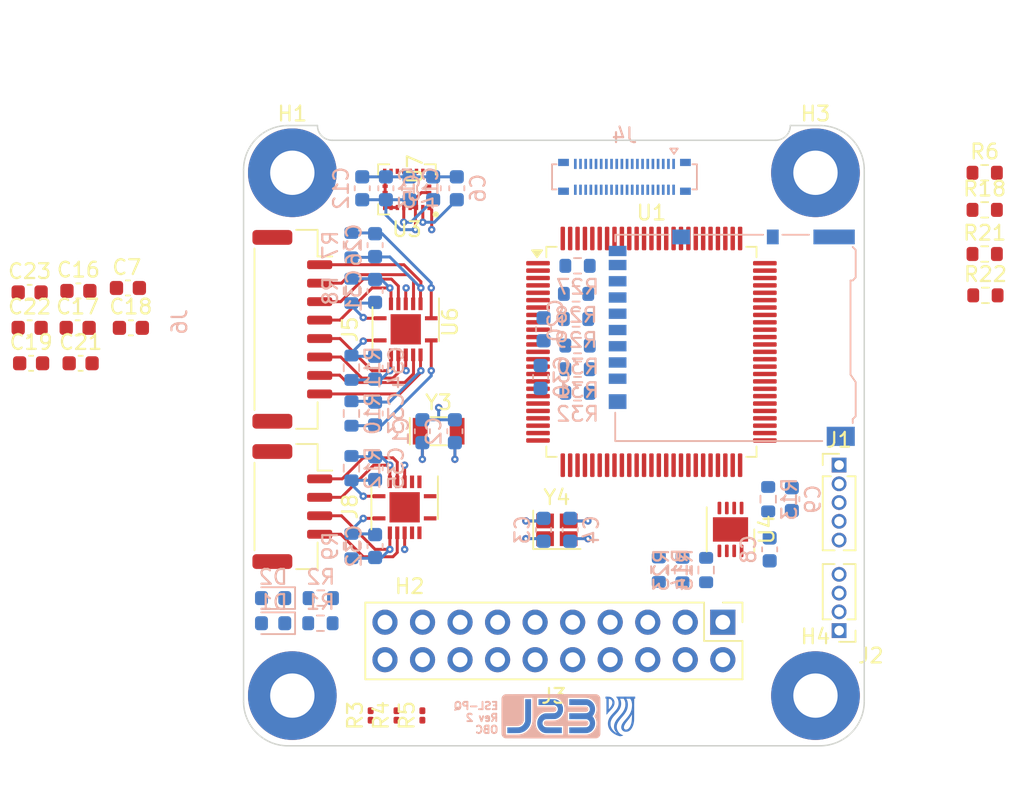
<source format=kicad_pcb>
(kicad_pcb (version 20240108) (generator "pcbnew") (generator_version "8.0")
  (title_block (title "Development of an ADCS for a PocketQube") (date "2023-09-06") (comment 2 "PCB Design") (comment 3 "22619291") (comment 4 "DP Theron"))
  (layers (0 "F.Cu" signal) (1 "In1.Cu" mixed) (2 "In2.Cu" mixed) (31 "B.Cu" signal) (34 "B.Paste" user) (35 "F.Paste" user) (36 "B.SilkS" user "B.Silkscreen") (37 "F.SilkS" user "F.Silkscreen") (38 "B.Mask" user) (39 "F.Mask" user) (44 "Edge.Cuts" user))
  (net 0 "")
  (net 1 "OPA1")
  (net 2 "1-")
  (net 3 "2-")
  (net 4 "OPA2")
  (net 5 "3-")
  (net 6 "OPA3")
  (net 7 "OPA4")
  (net 8 "4-")
  (net 9 "OPA5")
  (net 10 "5-")
  (net 11 "OPA6")
  (net 12 "6-")
  (net 13 "OSC_IN")
  (net 14 "OSC_OUT")
  (net 15 "OSC32_IN")
  (net 16 "OSC32_OUT")
  (net 17 "NRST")
  (net 18 "SPI NSS")
  (net 19 "SPI MOSI")
  (net 20 "SPI SCK")
  (net 21 "SPI MISO")
  (net 22 "1+")
  (net 23 "2+")
  (net 24 "3+")
  (net 25 "4+")
  (net 26 "5+")
  (net 27 "6+")
  (net 28 "SCL")
  (net 29 "SDA")
  (net 32 "/Daughterboard Connector/DB13")
  (net 33 "USART RX")
  (net 34 "USART TX")
  (net 35 "DCap")
  (net 38 "/Daughterboard Connector/DB22")
  (net 44 "SWCLK")
  (net 45 "SWDIO")
  (net 48 "/Daughterboard Connector/DB34")
  (net 49 "/Daughterboard Connector/DB37")
  (net 54 "/Daughterboard Connector/DB35")
  (net 55 "/Daughterboard Connector/DB6")
  (net 67 "SAOG")
  (net 68 "SAOM")
  (net 69 "/Daughterboard Connector/DB3")
  (net 70 "/Daughterboard Connector/DB32")
  (net 71 "CSAG")
  (net 72 "CSM")
  (net 73 "GND")
  (net 74 "Net-(U3-CAP)")
  (net 75 "Net-(U3-C1)")
  (net 77 "Net-(D1-A)")
  (net 78 "Net-(D2-A)")
  (net 79 "Net-(H1-Pad1)")
  (net 80 "Net-(H2-Pad1)")
  (net 81 "Net-(H3-Pad1)")
  (net 82 "Net-(H4-Pad1)")
  (net 83 "Net-(J6-DAT1)")
  (net 84 "Net-(J6-DAT2)")
  (net 85 "3V3")
  (net 86 "PPS")
  (net 87 "5V")
  (net 88 "PWR")
  (net 89 "TX")
  (net 90 "RS-EN")
  (net 91 "RS-A")
  (net 92 "RS-B")
  (net 106 "/Daughterboard Connector/DB10")
  (net 107 "/Daughterboard Connector/DB29")
  (net 111 "/Daughterboard Connector/DB39")
  (net 113 "/Daughterboard Connector/DB25")
  (net 114 "/Daughterboard Connector/DB26")
  (net 116 "/Daughterboard Connector/DB14")
  (net 117 "/Daughterboard Connector/DB5")
  (net 119 "/Daughterboard Connector/DB19")
  (net 126 "/Daughterboard Connector/DB8")
  (net 127 "/Daughterboard Connector/DB2")
  (net 128 "/Daughterboard Connector/DB24")
  (net 130 "/Daughterboard Connector/DB30")
  (net 132 "/Daughterboard Connector/DB18")
  (net 135 "/Daughterboard Connector/DB12")
  (net 137 "/Daughterboard Connector/DB38")
  (net 139 "/Daughterboard Connector/DB33")
  (net 140 "/Daughterboard Connector/DB31")
  (net 143 "/Daughterboard Connector/DB7")
  (net 145 "/Daughterboard Connector/DB23")
  (net 148 "/Daughterboard Connector/DB40")
  (net 152 "S1_3V3")
  (net 153 "S2_3V3")
  (net 154 "/Daughterboard Connector/DB17")
  (net 155 "/Daughterboard Connector/DB11")
  (net 156 "/Daughterboard Connector/DB27")
  (net 157 "/Daughterboard Connector/DB15")
  (net 158 "/Daughterboard Connector/DB21")
  (net 159 "/Daughterboard Connector/DB9")
  (net 160 "/Daughterboard Connector/DB28")
  (net 161 "/Daughterboard Connector/DB4")
  (net 162 "/Daughterboard Connector/DB16")
  (net 163 "/Daughterboard Connector/DB36")
  (net 164 "/Daughterboard Connector/DB1")
  (net 165 "/Daughterboard Connector/DB20")
  (net 170 "I2C-SDA")
  (net 171 "I2C-SCL")
  (net 172 "S1_5V")
  (net 173 "S2_5V")
  (net 174 "Unreg Solar")
  (net 175 "Unreg Bat")
  (net 176 "EPS_RST")
  (footprint "Skripsie:JST_GH_SM04B-GHS-TB_1x04-1MP_P1.25mm_Horizontal" (layer "F.Cu") (at 231.8 48.6 -90)
    (property "Reference" "J8")
    (property "Value" "Conn_01x04_MountingPin")
  )
  (footprint "Resistor_SMD:R_0603_1608Metric" (layer "F.Cu") (at 278.65 31.5)
    (property "Reference" "R21")
    (property "Value" "0")
  )
  (footprint "Skripsie:Crystal_SMD_EuroQuartz_X22-4Pin_2.5x2.0mm" (layer "F.Cu") (at 249.7 50.175)
    (property "Reference" "Y4")
    (property "Value" "80 MHz")
  )
  (footprint "Resistor_SMD:R_0603_1608Metric" (layer "F.Cu") (at 278.65 28.51)
    (property "Reference" "R18")
    (property "Value" "0")
  )
  (footprint "Skripsie:PinHeader_1x05_P1.27mm_Vertical" (layer "F.Cu") (at 268.8 45.79)
    (property "Reference" "J1")
    (property "Value" "Conn_01x05")
  )
  (footprint "MountingHole:MountingHole_3mm_Pad" (layer "F.Cu") (at 267.2 61.4)
    (property "Reference" "H4")
    (property "Value" "MountingHole_Pad")
  )
  (footprint "Skripsie:LGA-24L_3x3.5mm_P0.43mm" (layer "F.Cu") (at 239.555 27.125 180)
    (property "Reference" "U3")
    (property "Value" "LSM9DS1TR")
  )
  (footprint "Resistor_SMD:R_0603_1608Metric" (layer "F.Cu") (at 278.65 26)
    (property "Reference" "R6")
    (property "Value" "0")
  )
  (footprint "MountingHole:MountingHole_3mm_Pad" (layer "F.Cu") (at 267.2 26)
    (property "Reference" "H3")
    (property "Value" "MountingHole_Pad")
  )
  (footprint "Skripsie:PinHeader_1x04_P1.27mm_Vertical" (layer "F.Cu") (at 268.8 57 180)
    (property "Reference" "J2")
    (property "Value" "Conn_01x04")
  )
  (footprint "Skripsie:Crystal_SMD_EuroQuartz_EQ161-2Pin_3.2x1.5mm" (layer "F.Cu") (at 241.7 43.5)
    (property "Reference" "Y3")
    (property "Value" "32.768 kHz")
  )
  (footprint "Package_QFP:LQFP-100_14x14mm_P0.5mm" (layer "F.Cu") (at 256.1 38.125)
    (property "Reference" "U1")
    (property "Value" "STM32L496VGTxP")
  )
  (footprint "Skripsie:R_0201_0603Metric" (layer "F.Cu") (at 238.85 62.745 90)
    (property "Reference" "R4")
    (property "Value" "0")
  )
  (footprint "ESL_PQ:ESL_PQ_Main_Header" (layer "F.Cu") (at 249.5 56.43)
    (property "Reference" "J3")
    (property "Value" "ESL_PQ_MainHeader")
  )
  (footprint "Capacitor_SMD:C_0603_1608Metric" (layer "F.Cu") (at 217.325 34)
    (property "Reference" "C16")
    (property "Value" "10u")
  )
  (footprint "MountingHole:MountingHole_3mm_Pad" (layer "F.Cu") (at 231.8 61.4)
    (property "Reference" "H2")
    (property "Value" "MountingHole_Pad")
  )
  (footprint "Capacitor_SMD:C_0603_1608Metric" (layer "F.Cu") (at 214.025 36.5)
    (property "Reference" "C22")
    (property "Value" "100n")
  )
  (footprint "Capacitor_SMD:C_0603_1608Metric" (layer "F.Cu") (at 220.875 36.5)
    (property "Reference" "C18")
    (property "Value" "100n")
  )
  (footprint "Skripsie:R_0201_0603Metric" (layer "F.Cu") (at 237.1 62.745 90)
    (property "Reference" "R3")
    (property "Value" "0")
  )
  (footprint "Skripsie:DFN-8-1EP_3x3mm_P0.5mm_EP1.65x2.38mm" (layer "F.Cu") (at 261.45 50.15 -90)
    (property "Reference" "U4")
    (property "Value" "LTC2850HDD#PBF")
  )
  (footprint "Capacitor_SMD:C_0603_1608Metric" (layer "F.Cu") (at 220.675 33.8)
    (property "Reference" "C7")
    (property "Value" "100n")
  )
  (footprint "Skripsie:JST_GH_SM08B-GHS-TB_1x08-1MP_P1.25mm_Horizontal" (layer "F.Cu") (at 231.8 36.6 -90)
    (property "Reference" "J5")
    (property "Value" "Conn_01x08_MountingPin")
  )
  (footprint "Capacitor_SMD:C_0603_1608Metric" (layer "F.Cu") (at 217.475 38.9)
    (property "Reference" "C21")
    (property "Value" "100n")
  )
  (footprint "Capacitor_SMD:C_0603_1608Metric" (layer "F.Cu") (at 214.025 34.1)
    (property "Reference" "C23")
    (property "Value" "100n")
  )
  (footprint "Skripsie:R_0201_0603Metric" (layer "F.Cu") (at 240.6 62.745 90)
    (property "Reference" "R5")
    (property "Value" "0")
  )
  (footprint "MountingHole:MountingHole_3mm_Pad" (layer "F.Cu") (at 231.8 26)
    (property "Reference" "H1")
    (property "Value" "MountingHole_Pad")
  )
  (footprint "Resistor_SMD:R_0603_1608Metric" (layer "F.Cu") (at 278.7 34.3)
    (property "Reference" "R22")
    (property "Value" "0")
  )
  (footprint "Skripsie:Texas_S-PVQFN-N14" (layer "F.Cu") (at 239.4 48.65 -90)
    (property "Reference" "U7")
    (property "Value" "OPA4330")
  )
  (footprint "Capacitor_SMD:C_0603_1608Metric" (layer "F.Cu") (at 217.275 36.5)
    (property "Reference" "C17")
    (property "Value" "100n")
  )
  (footprint "Capacitor_SMD:C_0603_1608Metric" (layer "F.Cu") (at 214.125 38.9)
    (property "Reference" "C19")
    (property "Value" "100n")
  )
  (footprint "Skripsie:Texas_S-PVQFN-N14" (layer "F.Cu") (at 239.475 36.6 -90)
    (property "Reference" "U6")
    (property "Value" "OPA4330")
  )
  (footprint "Capacitor_SMD:C_0603_1608Metric" (layer "B.Cu") (at 264.1 51.5 -90)
    (property "Reference" "C8")
    (property "Value" "100n")
  )
  (footprint "Resistor_SMD:R_0603_1608Metric" (layer "B.Cu") (at 233.7 56.5 180)
    (property "Reference" "R1")
    (property "Value" "165")
  )
  (footprint "Capacitor_SMD:C_0603_1608Metric" (layer "B.Cu") (at 239.73 27.05 90)
    (property "Reference" "C14")
    (property "Value" "10u")
  )
  (footprint "Resistor_SMD:R_0603_1608Metric" (layer "B.Cu") (at 251.1 37.7)
    (property "Reference" "R30")
    (property "Value" "4k7")
  )
  (footprint "LOGO" (layer "B.Cu") (at 249.3 62.8 180)
    (property "Reference" "G***" (hide yes))
    (property "Value" "LOGO" (hide yes))
  )
  (footprint "Resistor_SMD:R_0603_1608Metric" (layer "B.Cu") (at 235.8 42.3 90)
    (property "Reference" "R10")
    (property "Value" "470")
  )
  (footprint "Capacitor_SMD:C_0603_1608Metric" (layer "B.Cu") (at 237.4 46 90)
    (property "Reference" "C35")
    (property "Value" "220p")
  )
  (footprint "Capacitor_SMD:C_0603_1608Metric" (layer "B.Cu") (at 248.8 50.175 -90)
    (property "Reference" "C3")
    (property "Value" "12p")
  )
  (footprint "Connector_Hirose:Hirose_BM24_BM24-40DP-2-0.35V_2x20_P0.35mm_PowerPin2_Vertical" (layer "B.Cu") (at 254.275 26.275 180)
    (property "Reference" "J4")
    (property "Value" "Conn_02x20_Odd_Even")
  )
  (footprint "Resistor_SMD:R_0603_1608Metric" (layer "B.Cu") (at 235.8 46 90)
    (property "Reference" "R12")
    (property "Value" "470")
  )
  (footprint "Capacitor_SMD:C_0603_1608Metric" (layer "B.Cu") (at 237.4 30.9 -90)
    (property "Reference" "C26")
    (property "Value" "220p")
  )
  (footprint "Capacitor_SMD:C_0603_1608Metric" (layer "B.Cu") (at 238.13 27.05 90)
    (property "Reference" "C13")
    (property "Value" "100n")
  )
  (footprint "Resistor_SMD:R_0603_1608Metric" (layer "B.Cu") (at 235.8 34 -90)
    (property "Reference" "R8")
    (property "Value" "470")
  )
  (footprint "Resistor_SMD:R_0603_1608Metric" (layer "B.Cu") (at 251.1 32.3)
    (property "Reference" "R27")
    (property "Value" "4k7")
  )
  (footprint "Resistor_SMD:R_0603_1608Metric" (layer "B.Cu") (at 235.8 51.275 -90)
    (property "Reference" "R9")
    (property "Value" "470")
  )
  (footprint "Capacitor_SMD:C_0603_1608Metric" (layer "B.Cu") (at 265.6 48.1 90)
    (property "Reference" "C9")
    (property "Value" "10u")
  )
  (footprint "Resistor_SMD:R_0603_1608Metric" (layer "B.Cu") (at 233.725 54.8 180)
    (property "Reference" "R2")
    (property "Value" "165")
  )
  (footprint "Resistor_SMD:R_0603_1608Metric" (layer "B.Cu") (at 235.8 30.9 -90)
    (property "Reference" "R7")
    (property "Value" "470")
  )
  (footprint "Resistor_SMD:R_0603_1608Metric" (layer "B.Cu") (at 251 34.2)
    (property "Reference" "R28")
    (property "Value" "4k7")
  )
  (footprint "Capacitor_SMD:C_0603_1608Metric" (layer "B.Cu") (at 248.8 36.6 90)
    (property "Reference" "C20")
    (property "Value" "100n")
  )
  (footprint "Resistor_SMD:R_0603_1608Metric" (layer "B.Cu") (at 251 35.9)
    (property "Reference" "R29")
    (property "Value" "4k7")
  )
  (footprint "Capacitor_SMD:C_0603_1608Metric" (layer "B.Cu") (at 241.33 27.05 -90)
    (property "Reference" "C5")
    (property "Value" "10n")
  )
  (footprint "Capacitor_SMD:C_0603_1608Metric" (layer "B.Cu") (at 248.6 39.825 90)
    (property "Reference" "C30")
    (property "Value" "10u")
  )
  (footprint "Skripsie:microSD_HC_Hirose_DM3AT-SF-PEJM5" (layer "B.Cu") (at 261.535 37.17 -90)
    (property "Reference" "J6")
    (property "Value" "Micro_SD_Card")
  )
  (footprint "Capacitor_SMD:C_0603_1608Metric" (layer "B.Cu") (at 237.4 42.3 90)
    (property "Reference" "C33")
    (property "Value" "220p")
  )
  (footprint "Capacitor_SMD:C_0603_1608Metric" (layer "B.Cu") (at 242.8 43.5 -90)
    (property "Reference" "C2")
    (property "Value" "8p")
  )
  (footprint "Capacitor_SMD:C_0603_1608Metric" (layer "B.Cu") (at 237.4 39.2 90)
    (property "Reference" "C34")
    (property "Value" "220p")
  )
  (footprint "LED_SMD:LED_0603_1608Metric" (layer "B.Cu") (at 230.5 56.5 180)
    (property "Reference" "D1")
    (property "Value" "LED")
  )
  (footprint "Capacitor_SMD:C_0603_1608Metric" (layer "B.Cu") (at 237.4 34 -90)
    (property "Reference" "C31")
    (property "Value" "220p")
  )
  (footprint "Capacitor_SMD:C_0603_1608Metric" (layer "B.Cu") (at 236.53 27.05 -90)
    (property "Reference" "C12")
    (property "Value" "100n")
  )
  (footprint "Resistor_SMD:R_0603_1608Metric" (layer "B.Cu") (at 251.1 39.3)
    (property "Reference" "R31")
    (property "Value" "4k7")
  )
  (footprint "Resistor_SMD:R_0603_1608Metric" (layer "B.Cu") (at 251.1 40.9)
    (property "Reference" "R32")
    (property "Value" "4k7")
  )
  (footprint "LOGO" (layer "B.Cu") (at 249.3 62.8 180)
    (property "Reference" "G***" (hide yes))
    (property "Value" "LOGO" (hide yes))
  )
  (footprint "Capacitor_SMD:C_0603_1608Metric" (layer "B.Cu") (at 242.93 27.05 90)
    (property "Reference" "C6")
    (property "Value" "100n")
  )
  (footprint "LED_SMD:LED_0603_1608Metric" (layer "B.Cu") (at 230.5 54.8 180)
    (property "Reference" "D2")
    (property "Value" "LED")
  )
  (footprint "Resistor_SMD:R_0603_1608Metric" (layer "B.Cu") (at 259.8 52.9 -90)
    (property "Reference" "R15")
    (property "Value" "4k7")
  )
  (footprint "Resistor_SMD:R_0603_1608Metric" (layer "B.Cu") (at 235.8 39.2 90)
    (property "Reference" "R11")
    (property "Value" "470")
  )
  (footprint "Resistor_SMD:R_0603_1608Metric" (layer "B.Cu") (at 264 48.1 90)
    (property "Reference" "R13")
    (property "Value" "4k7")
  )
  (footprint "Capacitor_SMD:C_0603_1608Metric" (layer "B.Cu") (at 237.4 51.275 -90)
    (property "Reference" "C32")
    (property "Value" "220p")
  )
  (footprint "Capacitor_SMD:C_0603_1608Metric" (layer "B.Cu") (at 240.6 43.5 -90)
    (property "Reference" "C1")
    (property "Value" "8p")
  )
  (footprint "LOGO" (layer "B.Cu") (at 254 62.8 180)
    (property "Reference" "G***" (hide yes))
    (property "Value" "LOGO" (hide yes))
  )
  (footprint "Resistor_SMD:R_0603_1608Metric" (layer "B.Cu") (at 256.6 52.875 90)
    (property "Reference" "R14")
    (property "Value" "4k7")
  )
  (footprint "Capacitor_SMD:C_0603_1608Metric" (layer "B.Cu") (at 250.6 50.175 90)
    (property "Reference" "C4")
    (property "Value" "12p")
  )
  (footprint "Resistor_SMD:R_0603_1608Metric" (layer "B.Cu") (at 258.2 52.9 -90)
    (property "Reference" "R23")
    (property "Value" "120k")
  )
  (gr_arc (start 267.5 22.8) (mid 269.62132 23.67868) (end 270.5 25.8) (stroke (width 0.1)) (layer "Edge.Cuts"))
  (gr_arc (start 231.5 64.8) (mid 229.37868 63.92132) (end 228.5 61.8) (stroke (width 0.1)) (layer "Edge.Cuts"))
  (gr_line (start 231.5 22.8) (end 233.5 22.8) (stroke (width 0.1)) (layer "Edge.Cuts"))
  (gr_arc (start 228.5 25.8) (mid 229.37868 23.67868) (end 231.5 22.8) (stroke (width 0.1)) (layer "Edge.Cuts"))
  (gr_line (start 234.5 23.8) (end 264.5 23.8) (stroke (width 0.1)) (layer "Edge.Cuts"))
  (gr_line (start 231.5 64.8) (end 267.5 64.8) (stroke (width 0.1)) (layer "Edge.Cuts"))
  (gr_line (start 270.5 61.8) (end 270.5 25.8) (stroke (width 0.1)) (layer "Edge.Cuts"))
  (gr_arc (start 265.5 22.8) (mid 265.207107 23.507107) (end 264.5 23.8) (stroke (width 0.1)) (layer "Edge.Cuts"))
  (gr_arc (start 270.5 61.8) (mid 269.62132 63.92132) (end 267.5 64.8) (stroke (width 0.1)) (layer "Edge.Cuts"))
  (gr_line (start 265.5 22.8) (end 267.5 22.8) (stroke (width 0.1)) (layer "Edge.Cuts"))
  (gr_line (start 228.5 25.8) (end 228.5 61.8) (stroke (width 0.1)) (layer "Edge.Cuts"))
  (gr_arc (start 234.5 23.8) (mid 233.792893 23.507107) (end 233.5 22.8) (stroke (width 0.1)) (layer "Edge.Cuts"))
  (gr_text "ESL-PQ\nRev 2\nOBC" (at 245.8 64 0) (layer "B.SilkS") (effects (font (size 0.5 0.5) (thickness 0.125) (bold yes)) (justify left bottom mirror)))
  (segment (start 241.2 35.85) (end 241.2 33.8) (width 0.2) (layer "F.Cu") (net 1))
  (via (at 241.2 33.8) (size 0.5) (drill 0.2) (layers "F.Cu" "B.Cu") (net 1))
  (segment (start 241.2 33.45) (end 241.2 33.8) (width 0.2) (layer "B.Cu") (net 1))
  (segment (start 237.875 30.125) (end 241.2 33.45) (width 0.2) (layer "B.Cu") (net 1))
  (segment (start 235.8 30.075) (end 237.35 30.075) (width 0.2) (layer "B.Cu") (net 1))
  (segment (start 237.35 30.075) (end 237.4 30.125) (width 0.2) (layer "B.Cu") (net 1))
  (segment (start 237.4 30.125) (end 237.875 30.125) (width 0.2) (layer "B.Cu") (net 1))
  (segment (start 239.349264 32.225) (end 233.65 32.225) (width 0.2) (layer "F.Cu") (net 2))
  (segment (start 240.475 34.875) (end 240.475 33.825) (width 0.2) (layer "F.Cu") (net 2))
  (segment (start 240.5 33.375736) (end 239.349264 32.225) (width 0.2) (layer "F.Cu") (net 2))
  (segment (start 240.5 33.8) (end 240.5 33.375736) (width 0.2) (layer "F.Cu") (net 2))
  (segment (start 240.475 33.825) (end 240.5 33.8) (width 0.2) (layer "F.Cu") (net 2))
  (via (at 240.5 33.8) (size 0.5) (drill 0.2) (layers "F.Cu" "B.Cu") (net 2))
  (segment (start 235.8 31.725) (end 237.375 31.725) (width 0.2) (layer "B.Cu") (net 2))
  (segment (start 237.375 31.725) (end 237.4 31.7) (width 0.2) (layer "B.Cu") (net 2))
  (segment (start 237.4 31.7) (end 238.4 31.7) (width 0.2) (layer "B.Cu") (net 2))
  (segment (start 238.4 31.7) (end 240.5 33.8) (width 0.2) (layer "B.Cu") (net 2))
  (segment (start 238.475 33.875) (end 238.4 33.8) (width 0.2) (layer "F.Cu") (net 3))
  (segment (start 238.4 33.8) (end 237.2 33.8) (width 0.2) (layer "F.Cu") (net 3))
  (segment (start 237.2 33.8) (end 235.025 35.975) (width 0.2) (layer "F.Cu") (net 3))
  (segment (start 235.025 35.975) (end 233.65 35.975) (width 0.2) (layer "F.Cu") (net 3))
  (segment (start 238.475 34.875) (end 238.475 33.875) (width 0.2) (layer "F.Cu") (net 3))
  (via (at 238.4 33.8) (size 0.5) (drill 0.2) (layers "F.Cu" "B.Cu") (net 3))
  (segment (start 237.4 33.225) (end 237.825 33.225) (width 0.2) (layer "B.Cu") (net 3))
  (segment (start 237.35 33.175) (end 237.4 33.225) (width 0.2) (layer "B.Cu") (net 3))
  (segment (start 235.8 33.175) (end 237.35 33.175) (width 0.2) (layer "B.Cu") (net 3))
  (segment (start 237.825 33.225) (end 238.4 33.8) (width 0.2) (layer "B.Cu") (net 3))
  (segment (start 236.65 35.85) (end 236.6 35.8) (width 0.2) (layer "F.Cu") (net 4))
  (segment (start 237.75 35.85) (end 236.65 35.85) (width 0.2) (layer "F.Cu") (net 4))
  (via (at 236.6 35.8) (size 0.5) (drill 0.2) (layers "F.Cu" "B.Cu") (net 4))
  (segment (start 236.6 35.8) (end 236.5 35.9) (width 0.2) (layer "B.Cu") (net 4))
  (segment (start 237.35 34.825) (end 237.4 34.775) (width 0.2) (layer "B.Cu") (net 4))
  (segment (start 235.8 35) (end 236.6 35.8) (width 0.2) (layer "B.Cu") (net 4))
  (segment (start 235.8 34.825) (end 237.35 34.825) (width 0.2) (layer "B.Cu") (net 4))
  (segment (start 235.8 34.825) (end 235.8 35) (width 0.2) (layer "B.Cu") (net 4))
  (segment (start 238.475 38.325) (end 238.475 39.325) (width 0.2) (layer "F.Cu") (net 5))
  (segment (start 237.2 39.4) (end 235.025 37.225) (width 0.2) (layer "F.Cu") (net 5))
  (segment (start 238.4 39.4) (end 237.2 39.4) (width 0.2) (layer "F.Cu") (net 5))
  (segment (start 235.025 37.225) (end 233.65 37.225) (width 0.2) (layer "F.Cu") (net 5))
  (segment (start 238.475 39.325) (end 238.4 39.4) (width 0.2) (layer "F.Cu") (net 5))
  (via (at 238.4 39.4) (size 0.5) (drill 0.2) (layers "F.Cu" "B.Cu") (net 5))
  (segment (start 235.8 40.025) (end 237.35 40.025) (width 0.2) (layer "B.Cu") (net 5))
  (segment (start 237.825 39.975) (end 238.4 39.4) (width 0.2) (layer "B.Cu") (net 5))
  (segment (start 237.35 40.025) (end 237.4 39.975) (width 0.2) (layer "B.Cu") (net 5))
  (segment (start 237.4 39.975) (end 237.825 39.975) (width 0.2) (layer "B.Cu") (net 5))
  (segment (start 237.75 37.35) (end 236.65 37.35) (width 0.2) (layer "F.Cu") (net 6))
  (segment (start 236.65 37.35) (end 236.6 37.4) (width 0.2) (layer "F.Cu") (net 6))
  (via (at 236.6 37.4) (size 0.5) (drill 0.2) (layers "F.Cu" "B.Cu") (net 6))
  (segment (start 235.85 38.425) (end 235.8 38.375) (width 0.2) (layer "B.Cu") (net 6))
  (segment (start 235.8 38.2) (end 236.6 37.4) (width 0.2) (layer "B.Cu") (net 6))
  (segment (start 237.4 38.425) (end 235.85 38.425) (width 0.2) (layer "B.Cu") (net 6))
  (segment (start 235.8 38.375) (end 235.8 38.2) (width 0.2) (layer "B.Cu") (net 6))
  (segment (start 241.2 37.35) (end 241.2 39.4) (width 0.2) (layer "F.Cu") (net 7))
  (via (at 241.2 39.4) (size 0.5) (drill 0.2) (layers "F.Cu" "B.Cu") (net 7))
  (segment (start 237.35 43.125) (end 237.4 43.075) (width 0.2) (layer "B.Cu") (net 7))
  (segment (start 237.4 43.075) (end 237.875 43.075) (width 0.2) (layer "B.Cu") (net 7))
  (segment (start 241.2 39.75) (end 241.2 39.4) (width 0.2) (layer "B.Cu") (net 7))
  (segment (start 237.875 43.075) (end 241.2 39.75) (width 0.2) (layer "B.Cu") (net 7))
  (segment (start 235.8 43.125) (end 237.35 43.125) (width 0.2) (layer "B.Cu") (net 7))
  (segment (start 240.475 38.325) (end 240.475 39.375) (width 0.2) (layer "F.Cu") (net 8))
  (segment (start 240.475 39.375) (end 240.5 39.4) (width 0.2) (layer "F.Cu") (net 8))
  (segment (start 240.5 39.531371) (end 239.056371 40.975) (width 0.2) (layer "F.Cu") (net 8))
  (segment (start 239.056371 40.975) (end 233.65 40.975) (width 0.2) (layer "F.Cu") (net 8))
  (segment (start 240.5 39.4) (end 240.5 39.531371) (width 0.2) (layer "F.Cu") (net 8))
  (via (at 240.5 39.4) (size 0.5) (drill 0.2) (layers "F.Cu" "B.Cu") (net 8))
  (segment (start 235.8 41.475) (end 237.35 41.475) (width 0.2) (layer "B.Cu") (net 8))
  (segment (start 237.4 41.525) (end 238.375 41.525) (width 0.2) (layer "B.Cu") (net 8))
  (segment (start 237.35 41.475) (end 237.4 41.525) (width 0.2) (layer "B.Cu") (net 8))
  (segment (start 238.375 41.525) (end 240.5 39.4) (width 0.2) (layer "B.Cu") (net 8))
  (segment (start 237.675 49.4) (end 236.6 49.4) (width 0.2) (layer "F.Cu") (net 9))
  (via (at 236.6 49.4) (size 0.5) (drill 0.2) (layers "F.Cu" "B.Cu") (net 9))
  (segment (start 237.35 50.375) (end 237.4 50.425) (width 0.2) (layer "B.Cu") (net 9))
  (segment (start 235.8 50.45) (end 237.35 50.45) (width 0.2) (layer "B.Cu") (net 9))
  (segment (start 235.8 50.45) (end 235.8 50.2) (width 0.2) (layer "B.Cu") (net 9))
  (segment (start 237.35 50.45) (end 237.4 50.5) (width 0.2) (layer "B.Cu") (net 9))
  (segment (start 236.6 49.4) (end 236.6 49.575) (width 0.2) (layer "B.Cu") (net 9))
  (segment (start 235.8 50.2) (end 236.6 49.4) (width 0.2) (layer "B.Cu") (net 9))
  (segment (start 235.125 49.225) (end 233.65 49.225) (width 0.2) (layer "F.Cu") (net 10))
  (segment (start 237.4 51.5) (end 235.125 49.225) (width 0.2) (layer "F.Cu") (net 10))
  (segment (start 238.4 51.5) (end 237.4 51.5) (width 0.2) (layer "F.Cu") (net 10))
  (segment (start 238.4 50.375) (end 238.4 51.5) (width 0.2) (layer "F.Cu") (net 10))
  (via (at 238.4 51.5) (size 0.5) (drill 0.2) (layers "F.Cu" "B.Cu") (net 10))
  (segment (start 235.8 52.1) (end 237.35 52.1) (width 0.2) (layer "B.Cu") (net 10))
  (segment (start 237.35 52.025) (end 237.4 51.975) (width 0.2) (layer "B.Cu") (net 10))
  (segment (start 237.85 52.05) (end 238.4 51.5) (width 0.2) (layer "B.Cu") (net 10))
  (segment (start 237.4 52.05) (end 237.85 52.05) (width 0.2) (layer "B.Cu") (net 10))
  (segment (start 237.35 52.1) (end 237.4 52.05) (width 0.2) (layer "B.Cu") (net 10))
  (segment (start 237.675 47.9) (end 236.6 47.9) (width 0.2) (layer "F.Cu") (net 11))
  (via (at 236.6 47.9) (size 0.5) (drill 0.2) (layers "F.Cu" "B.Cu") (net 11))
  (segment (start 235.8 46.825) (end 237.35 46.825) (width 0.2) (layer "B.Cu") (net 11))
  (segment (start 237.35 46.825) (end 237.4 46.775) (width 0.2) (layer "B.Cu") (net 11))
  (segment (start 235.8 46.825) (end 235.8 47.1) (width 0.2) (layer "B.Cu") (net 11))
  (segment (start 235.8 47.1) (end 236.6 47.9) (width 0.2) (layer "B.Cu") (net 11))
  (segment (start 238.4 46.925) (end 238.4 45.8) (width 0.2) (layer "F.Cu") (net 12))
  (segment (start 237.3 45.8) (end 235.125 47.975) (width 0.2) (layer "F.Cu") (net 12))
  (segment (start 238.4 45.8) (end 237.3 45.8) (width 0.2) (layer "F.Cu") (net 12))
  (segment (start 235.125 47.975) (end 233.65 47.975) (width 0.2) (layer "F.Cu") (net 12))
  (via (at 238.4 45.8) (size 0.5) (drill 0.2) (layers "F.Cu" "B.Cu") (net 12))
  (segment (start 235.85 45.225) (end 235.8 45.175) (width 0.2) (layer "B.Cu") (net 12))
  (segment (start 237.4 45.225) (end 237.825 45.225) (width 0.2) (layer "B.Cu") (net 12))
  (segment (start 237.4 45.225) (end 235.85 45.225) (width 0.2) (layer "B.Cu") (net 12))
  (segment (start 237.825 45.225) (end 238.4 45.8) (width 0.2) (layer "B.Cu") (net 12))
  (segment (start 248.9 50.775) (end 247.6 50.775) (width 0.2) (layer "F.Cu") (net 13))
  (via (at 247.6 50.775) (size 0.5) (drill 0.2) (layers "F.Cu" "B.Cu") (net 13))
  (segment (start 247.6 50.775) (end 248.625 50.775) (width 0.2) (layer "B.Cu") (net 13))
  (segment (start 248.625 50.775) (end 248.8 50.95) (width 0.2) (layer "B.Cu") (net 13))
  (segment (start 250.5 49.575) (end 251.8 49.575) (width 0.2) (layer "F.Cu") (net 14))
  (via (at 251.8 49.575) (size 0.5) (drill 0.2) (layers "F.Cu" "B.Cu") (net 14))
  (segment (start 250.775 49.575) (end 250.6 49.4) (width 0.2) (layer "B.Cu") (net 14))
  (segment (start 251.8 49.575) (end 250.775 49.575) (width 0.2) (layer "B.Cu") (net 14))
  (segment (start 240.6 45.4) (end 240.6 43.65) (width 0.2) (layer "F.Cu") (net 15))
  (segment (start 240.6 43.65) (end 240.45 43.5) (width 0.2) (layer "F.Cu") (net 15))
  (via (at 240.6 45.4) (size 0.5) (drill 0.2) (layers "F.Cu" "B.Cu") (net 15))
  (segment (start 240.6 44.275) (end 240.6 45.4) (width 0.2) (layer "B.Cu") (net 15))
  (segment (start 242.8 45.4) (end 242.8 43.65) (width 0.2) (layer "F.Cu") (net 16))
  (segment (start 242.8 43.65) (end 242.95 43.5) (width 0.2) (layer "F.Cu") (net 16))
  (via (at 242.8 45.4) (size 0.5) (drill 0.2) (layers "F.Cu" "B.Cu") (net 16))
  (segment (start 242.8 44.275) (end 242.8 45.4) (width 0.2) (layer "B.Cu") (net 16))
  (segment (start 239.6 32.9) (end 235.7 32.9) (width 0.2) (layer "F.Cu") (net 22))
  (segment (start 235.7 32.9) (end 235.125 33.475) (width 0.2) (layer "F.Cu") (net 22))
  (segment (start 240 33.3) (end 239.6 32.9) (width 0.2) (layer "F.Cu") (net 22))
  (segment (start 240 34.85) (end 240 33.3) (width 0.2) (layer "F.Cu") (net 22))
  (segment (start 235.125 33.475) (end 233.65 33.475) (width 0.2) (layer "F.Cu") (net 22))
  (segment (start 239.975 34.875) (end 240 34.85) (width 0.2) (layer "F.Cu") (net 22))
  (segment (start 235.075 34.725) (end 233.65 34.725) (width 0.2) (layer "F.Cu") (net 23))
  (segment (start 236.6 33.2) (end 235.075 34.725) (width 0.2) (layer "F.Cu") (net 23))
  (segment (start 238.507107 33.2) (end 236.6 33.2) (width 0.2) (layer "F.Cu") (net 23))
  (segment (start 238.975 34.875) (end 238.975 33.667893) (width 0.2) (layer "F.Cu") (net 23))
  (segment (start 238.975 33.667893) (end 238.507107 33.2) (width 0.2) (layer "F.Cu") (net 23))
  (segment (start 238.607107 39.9) (end 236.5 39.9) (width 0.2) (layer "F.Cu") (net 24))
  (segment (start 236.5 39.9) (end 235.075 38.475) (width 0.2) (layer "F.Cu") (net 24))
  (segment (start 238.975 38.325) (end 238.975 39.532107) (width 0.2) (layer "F.Cu") (net 24))
  (segment (start 238.975 39.532107) (end 238.607107 39.9) (width 0.2) (layer "F.Cu") (net 24))
  (segment (start 235.075 38.475) (end 233.65 38.475) (width 0.2) (layer "F.Cu") (net 24))
  (segment (start 240 39.607107) (end 239.407107 40.2) (width 0.2) (layer "F.Cu") (net 25))
  (segment (start 235 39.7) (end 233.675 39.7) (width 0.2) (layer "F.Cu") (net 25))
  (segment (start 240 38.35) (end 240 39.607107) (width 0.2) (layer "F.Cu") (net 25))
  (segment (start 239.975 38.325) (end 240 38.35) (width 0.2) (layer "F.Cu") (net 25))
  (segment (start 235.5 40.2) (end 235 39.7) (width 0.2) (layer "F.Cu") (net 25))
  (segment (start 233.675 39.7) (end 233.65 39.725) (width 0.2) (layer "F.Cu") (net 25))
  (segment (start 239.407107 40.2) (end 235.5 40.2) (width 0.2) (layer "F.Cu") (net 25))
  (segment (start 236.6 52) (end 235.075 50.475) (width 0.2) (layer "F.Cu") (net 26))
  (segment (start 238.9 51.707107) (end 238.607107 52) (width 0.2) (layer "F.Cu") (net 26))
  (segment (start 235.075 50.475) (end 233.65 50.475) (width 0.2) (layer "F.Cu") (net 26))
  (segment (start 238.607107 52) (end 236.6 52) (width 0.2) (layer "F.Cu") (net 26))
  (segment (start 238.9 50.375) (end 238.9 51.707107) (width 0.2) (layer "F.Cu") (net 26))
  (segment (start 238.9 46.925) (end 238.9 45.592893) (width 0.2) (layer "F.Cu") (net 27))
  (segment (start 236.6 45.3) (end 235.175 46.725) (width 0.2) (layer "F.Cu") (net 27))
  (segment (start 235.175 46.725) (end 233.65 46.725) (width 0.2) (layer "F.Cu") (net 27))
  (segment (start 238.607107 45.3) (end 236.6 45.3) (width 0.2) (layer "F.Cu") (net 27))
  (segment (start 238.9 45.592893) (end 238.607107 45.3) (width 0.2) (layer "F.Cu") (net 27))
  (segment (start 240.54 27.34) (end 241.03 27.34) (width 0.2) (layer "F.Cu") (net 35))
  (segment (start 240.2 28.35) (end 240.2 27.68) (width 0.2) (layer "F.Cu") (net 35))
  (segment (start 239.475 33.825) (end 239.5 33.8) (width 0.2) (layer "F.Cu") (net 35))
  (segment (start 241.06 28.35) (end 241.23 28.52) (width 0.2) (layer "F.Cu") (net 35))
  (segment (start 239.77 28.35) (end 240.2 28.35) (width 0.2) (layer "F.Cu") (net 35))
  (segment (start 239.475 34.875) (end 239.475 33.825) (width 0.2) (layer "F.Cu") (net 35))
  (segment (start 240.2 28.35) (end 240.13 28.42) (width 0.2) (layer "F.Cu") (net 35))
  (segment (start 239.4 46.925) (end 239.4 45.8) (width 0.2) (layer "F.Cu") (net 35))
  (segment (start 240.13 28.42) (end 240.13 29.85) (width 0.2) (layer "F.Cu") (net 35))
  (segment (start 240.2 27.68) (end 240.54 27.34) (width 0.2) (layer "F.Cu") (net 35))
  (segment (start 241.23 28.52) (end 241.23 29.85) (width 0.2) (layer "F.Cu") (net 35))
  (via (at 239.4 45.8) (size 0.5) (drill 0.2) (layers "F.Cu" "B.Cu") (net 35))
  (via (at 241.23 29.85) (size 0.5) (drill 0.2) (layers "F.Cu" "B.Cu") (net 35))
  (via (at 240.13 29.85) (size 0.5) (drill 0.2) (layers "F.Cu" "B.Cu") (net 35))
  (via (at 239.5 33.8) (size 0.5) (drill 0.2) (layers "F.Cu" "B.Cu") (net 35))
  (segment (start 240.13 29.85) (end 239.122893 29.85) (width 0.2) (layer "B.Cu") (net 35))
  (segment (start 236.53 27.825) (end 238.13 27.825) (width 0.2) (layer "B.Cu") (net 35))
  (segment (start 239.122893 29.85) (end 238.13 28.857107) (width 0.2) (layer "B.Cu") (net 35))
  (segment (start 238.13 27.825) (end 239.73 27.825) (width 0.2) (layer "B.Cu") (net 35))
  (segment (start 238.13 28.857107) (end 238.13 27.825) (width 0.2) (layer "B.Cu") (net 35))
  (segment (start 238.08 27.77) (end 238.08 27.34) (width 0.2) (layer "F.Cu") (net 73))
  (segment (start 239.4 50.375) (end 239.4 51.5) (width 0.2) (layer "F.Cu") (net 73))
  (segment (start 239.475 39.375) (end 239.5 39.4) (width 0.2) (layer "F.Cu") (net 73))
  (segment (start 238.05 27.8) (end 238.08 27.77) (width 0.2) (layer "F.Cu") (net 73))
  (segment (start 238.08 27.34) (end 238.08 26.91) (width 0.2) (layer "F.Cu") (net 73))
  (segment (start 250.5 50.775) (end 251.8 50.775) (width 0.2) (layer "F.Cu") (net 73))
  (segment (start 239.475 38.325) (end 239.475 39.375) (width 0.2) (layer "F.Cu") (net 73))
  (segment (start 238.05 28.35) (end 238.48 28.35) (width 0.2) (layer "F.Cu") (net 73))
  (segment (start 238.05 28.35) (end 238.05 27.8) (width 0.2) (layer "F.Cu") (net 73))
  (segment (start 248.9 49.575) (end 247.6 49.575) (width 0.2) (layer "F.Cu") (net 73))
  (segment (start 238.08 26.91) (end 238.08 26.48) (width 0.2) (layer "F.Cu") (net 73))
  (segment (start 238.48 28.35) (end 238.91 28.35) (width 0.2) (layer "F.Cu") (net 73))
  (via (at 239.4 51.5) (size 0.5) (drill 0.2) (layers "F.Cu" "B.Cu") (net 73))
  (via (at 241.7 41.9) (size 0.5) (drill 0.2) (layers "F.Cu" "B.Cu") (net 73))
  (via (at 251.8 50.775) (size 0.5) (drill 0.2) (layers "F.Cu" "B.Cu") (net 73))
  (via (at 247.6 49.575) (size 0.5) (drill 0.2) (layers "F.Cu" "B.Cu") (net 73))
  (via (at 239.5 39.4) (size 0.5) (drill 0.2) (layers "F.Cu" "B.Cu") (net 73))
  (segment (start 242.93 26.275) (end 241.33 26.275) (width 0.2) (layer "B.Cu") (net 73))
  (segment (start 239.73 26.275) (end 238.13 26.275) (width 0.2) (layer "B.Cu") (net 73))
  (segment (start 238.13 26.275) (end 236.53 26.275) (width 0.2) (layer "B.Cu") (net 73))
  (segment (start 240.6 42.725) (end 241.7 42.725) (width 0.2) (layer "B.Cu") (net 73))
  (segment (start 241.7 42.725) (end 242.8 42.725) (width 0.2) (layer "B.Cu") (net 73))
  (segment (start 250.775 50.775) (end 250.6 50.95) (width 0.2) (layer "B.Cu") (net 73))
  (segment (start 241.7 42.725) (end 241.7 41.9) (width 0.2) (layer "B.Cu") (net 73))
  (segment (start 241.33 26.275) (end 239.73 26.275) (width 0.2) (layer "B.Cu") (net 73))
  (segment (start 251.8 50.775) (end 250.775 50.775) (width 0.2) (layer "B.Cu") (net 73))
  (segment (start 248.625 49.575) (end 248.8 49.4) (width 0.2) (layer "B.Cu") (net 73))
  (segment (start 247.6 49.575) (end 248.625 49.575) (width 0.2) (layer "B.Cu") (net 73))
  (segment (start 239.34 28.35) (end 239.34 29.34) (width 0.2) (layer "F.Cu") (net 74))
  (segment (start 239.34 29.34) (end 239.33 29.35) (width 0.2) (layer "F.Cu") (net 74))
  (via (at 239.33 29.35) (size 0.5) (drill 0.2) (layers "F.Cu" "B.Cu") (net 74))
  (segment (start 239.33 29.35) (end 239.83 29.35) (width 0.2) (layer "B.Cu") (net 74))
  (segment (start 241.33 27.85) (end 241.33 27.825) (width 0.2) (layer "B.Cu") (net 74))
  (segment (start 239.83 29.35) (end 241.33 27.85) (width 0.2) (layer "B.Cu") (net 74))
  (segment (start 240.63 28.35) (end 240.63 29.35) (width 0.2) (layer "F.Cu") (net 75))
  (via (at 240.63 29.35) (size 0.5) (drill 0.2) (layers "F.Cu" "B.Cu") (net 75))
  (segment (start 241.405 29.35) (end 242.93 27.825) (width 0.2) (layer "B.Cu") (net 75))
  (segment (start 240.63 29.35) (end 241.405 29.35) (width 0.2) (layer "B.Cu") (net 75))
)
</source>
